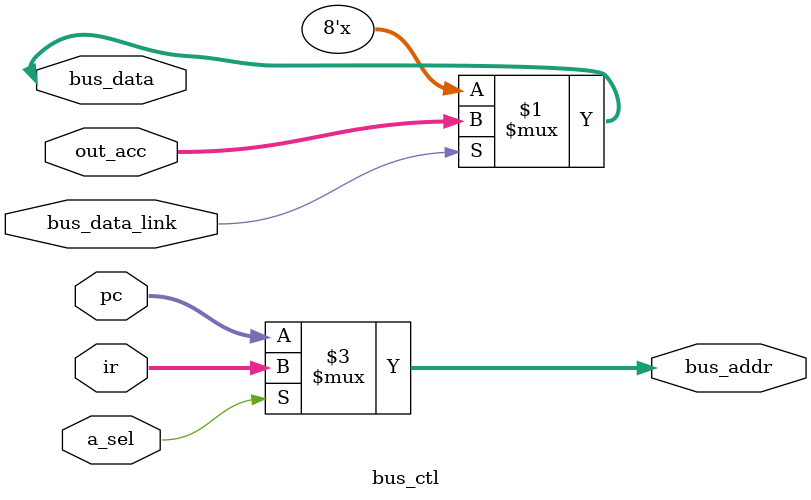
<source format=v>
/*
功能： 由于CPU内部的地址有指令地址，还有操作地址，所以地址总线我们需要控制输出，
       有时需要将结算结果写入外部存储空间，因此我们需要通过三态控制数据总线
       本模块主要针对CPU总线的数据总线控制，地址总线控制
*/
module bus_ctl (
    // CPU地址总线选择有关
    output [12:0] bus_addr,    // CPU地址总线
    input         a_sel,       /* A_sel 选择
                                   0 指令地址
                                   1 操作地址 */
    input [12:0]  pc,          // 指令地址
    input [12:0]  ir,          // 操作地址
    // CPU数据总线选择有关
    input         bus_data_link, /* Bus_data_link 选择
                                    1 写数据
                                    0 读数据 */
    inout [7:0]   bus_data,    // CPU数据总线
    input [7:0]   out_acc      // 累加器
);

	// 数据总线控制
	assign bus_data = bus_data_link ? out_acc : 8'hzz;

	// 地址总线控制
	assign bus_addr = (~a_sel) ? pc : ir;

endmodule
</source>
